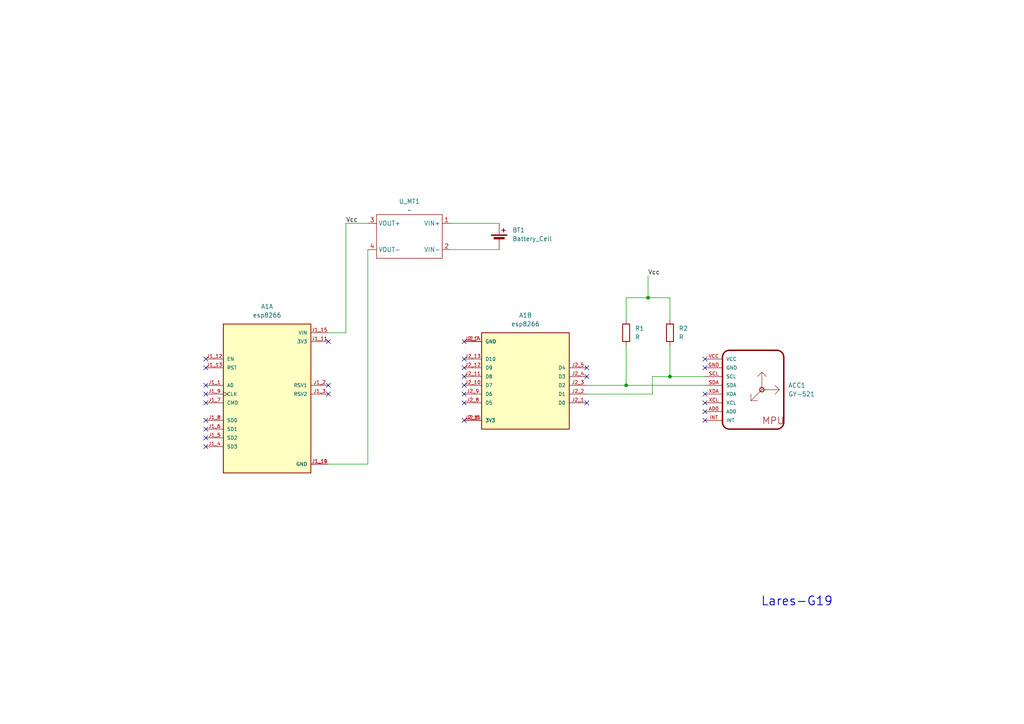
<source format=kicad_sch>
(kicad_sch (version 20231120) (generator "eeschema") (generator_version "8.0")
  (paper "A4")
  (lib_symbols
    (symbol "Device:Battery_Cell" (pin_numbers hide) (pin_names (offset 0) hide)
      (property "Reference" "BT" (at 2.54 2.54 0))
      (property "Value" "Battery_Cell" (at 2.54 0 0))
      (symbol "Battery_Cell_0_1"
        (rectangle (start -2.286 1.778) (end 2.286 1.524) (fill (type outline)))
        (rectangle (start -1.524 1.016) (end 1.524 0.508) (fill (type outline)))
        (polyline (pts (xy 0 0.762) (xy 0 0)))
        (polyline (pts (xy 0 1.778) (xy 0 2.54)))
        (polyline (pts (xy 0.762 3.048) (xy 1.778 3.048)) (stroke (width 0.254)))
        (polyline (pts (xy 1.27 3.556) (xy 1.27 2.54)) (stroke (width 0.254)))
      )
      (symbol "Battery_Cell_1_1"
        (pin passive line (at 0 5.08 270) (length 2.54) (name "+") (number "1"))
        (pin passive line (at 0 -2.54 90) (length 2.54) (name "-") (number "2"))
      )
    )
    (symbol "GY512:GY-521" (pin_names (offset 1.016))
      (property "Reference" "ACC" (at -9.652 11.938 0))
      (property "Value" "GY-521" (at 4.572 -11.938 0))
      (symbol "GY-521_0_0"
        (arc (start -11.43 -9.43) (mid -10.8442 -10.8442) (end -9.43 -11.43) (stroke (width 0.4064)))
        (arc (start -9.43 11.43) (mid -10.8442 10.8442) (end -11.43 9.43) (stroke (width 0.4064)))
        (polyline (pts (xy -11.43 -9.43) (xy -11.43 9.43)) (stroke (width 0.4064)))
        (polyline (pts (xy -9.43 11.43) (xy 4.35 11.43)) (stroke (width 0.4064)))
        (polyline (pts (xy -3.175 -3.175) (xy -3.175 -1.27)) (stroke (width 0.127)))
        (polyline (pts (xy -3.175 -3.175) (xy -1.27 -3.175)) (stroke (width 0.127)))
        (polyline (pts (xy 0 0) (xy -3.175 -3.175)) (stroke (width 0.127)))
        (polyline (pts (xy 0 0) (xy 0 5.08)) (stroke (width 0.127)))
        (polyline (pts (xy 0 0) (xy 5.08 0)) (stroke (width 0.127)))
        (polyline (pts (xy 0 5.08) (xy -1.27 3.81)) (stroke (width 0.127)))
        (polyline (pts (xy 1.27 3.81) (xy 0 5.08)) (stroke (width 0.127)))
        (polyline (pts (xy 3.81 1.27) (xy 5.08 0)) (stroke (width 0.127)))
        (polyline (pts (xy 4.35 -11.43) (xy -9.43 -11.43)) (stroke (width 0.4064)))
        (polyline (pts (xy 5.08 0) (xy 3.81 -1.27)) (stroke (width 0.127)))
        (polyline (pts (xy 6.35 9.43) (xy 6.35 -9.43)) (stroke (width 0.4064)))
        (circle (center 0 0) (radius 0.635) (stroke (width 0.254)))
        (arc (start 4.35 -11.43) (mid 5.7642 -10.8442) (end 6.35 -9.43) (stroke (width 0.4064)))
        (arc (start 6.35 9.43) (mid 5.7642 10.8442) (end 4.35 11.43) (stroke (width 0.4064)))
        (text "MPU" (at 0 -10.16 0) (effects (font (size 2 2)) (justify left bottom)))
        (pin bidirectional line (at -16.51 -6.35 0) (length 5.08) (name "AD0") (number "AD0"))
        (pin power_in line (at -16.51 6.35 0) (length 5.08) (name "GND") (number "GND"))
        (pin bidirectional line (at -16.51 -8.89 0) (length 5.08) (name "INT") (number "INT"))
        (pin bidirectional line (at -16.51 3.81 0) (length 5.08) (name "SCL") (number "SCL"))
        (pin bidirectional line (at -16.51 1.27 0) (length 5.08) (name "SDA") (number "SDA"))
        (pin power_in line (at -16.51 8.89 0) (length 5.08) (name "VCC") (number "VCC"))
        (pin bidirectional line (at -16.51 -3.81 0) (length 5.08) (name "XCL") (number "XCL"))
        (pin bidirectional line (at -16.51 -1.27 0) (length 5.08) (name "XDA") (number "XDA"))
      )
    )
    (symbol "NodeMCUv2:113990105" (pin_names (offset 1.016))
      (property "Reference" "A" (at -12.7 21.59 0))
      (property "Value" "113990105" (at -12.7 -24.13 0))
      (symbol "113990105_1_0"
        (rectangle (start -12.7 -22.86) (end 12.7 20.32) (stroke (width 0.254)) (fill (type background)))
        (pin bidirectional line (at -17.78 2.54 0) (length 5.08) (name "A0") (number "J1_1"))
        (pin power_in line (at 17.78 -20.32 180) (length 5.08) (name "GND") (number "J1_10"))
        (pin power_in line (at 17.78 15.24 180) (length 5.08) (name "3V3") (number "J1_11"))
        (pin input line (at -17.78 10.16 0) (length 5.08) (name "EN") (number "J1_12"))
        (pin input line (at -17.78 7.62 0) (length 5.08) (name "RST") (number "J1_13"))
        (pin power_in line (at 17.78 -20.32 180) (length 5.08) (name "GND") (number "J1_14"))
        (pin power_in line (at 17.78 17.78 180) (length 5.08) (name "VIN") (number "J1_15"))
        (pin bidirectional line (at 17.78 2.54 180) (length 5.08) (name "RSV1") (number "J1_2"))
        (pin bidirectional line (at 17.78 0 180) (length 5.08) (name "RSV2") (number "J1_3"))
        (pin bidirectional line (at -17.78 -15.24 0) (length 5.08) (name "SD3") (number "J1_4"))
        (pin bidirectional line (at -17.78 -12.7 0) (length 5.08) (name "SD2") (number "J1_5"))
        (pin bidirectional line (at -17.78 -10.16 0) (length 5.08) (name "SD1") (number "J1_6"))
        (pin bidirectional line (at -17.78 -2.54 0) (length 5.08) (name "CMD") (number "J1_7"))
        (pin bidirectional line (at -17.78 -7.62 0) (length 5.08) (name "SD0") (number "J1_8"))
        (pin bidirectional clock (at -17.78 0 0) (length 5.08) (name "CLK") (number "J1_9"))
      )
      (symbol "113990105_2_0"
        (rectangle (start -12.7 -15.24) (end 12.7 12.7) (stroke (width 0.254)) (fill (type background)))
        (pin bidirectional line (at -17.78 5.08 0) (length 5.08) (name "D0") (number "J2_1"))
        (pin bidirectional line (at 17.78 0 180) (length 5.08) (name "D7") (number "J2_10"))
        (pin bidirectional line (at 17.78 -2.54 180) (length 5.08) (name "D8") (number "J2_11"))
        (pin bidirectional line (at 17.78 -5.08 180) (length 5.08) (name "D9") (number "J2_12"))
        (pin bidirectional line (at 17.78 -7.62 180) (length 5.08) (name "D10") (number "J2_13"))
        (pin power_in line (at 17.78 -12.7 180) (length 5.08) (name "GND") (number "J2_14"))
        (pin power_in line (at 17.78 10.16 180) (length 5.08) (name "3V3") (number "J2_15"))
        (pin bidirectional line (at -17.78 2.54 0) (length 5.08) (name "D1") (number "J2_2"))
        (pin bidirectional line (at -17.78 0 0) (length 5.08) (name "D2") (number "J2_3"))
        (pin bidirectional line (at -17.78 -2.54 0) (length 5.08) (name "D3") (number "J2_4"))
        (pin bidirectional line (at -17.78 -5.08 0) (length 5.08) (name "D4") (number "J2_5"))
        (pin power_in line (at 17.78 10.16 180) (length 5.08) (name "3V3") (number "J2_6"))
        (pin power_in line (at 17.78 -12.7 180) (length 5.08) (name "GND") (number "J2_7"))
        (pin bidirectional line (at 17.78 5.08 180) (length 5.08) (name "D5") (number "J2_8"))
        (pin bidirectional line (at 17.78 2.54 180) (length 5.08) (name "D6") (number "J2_9"))
      )
    )
    (symbol "TCLib:R" (pin_numbers hide) (pin_names (offset 0))
      (property "Reference" "R" (at 0 0 90))
      (property "Value" "R" (at 2.286 0 90))
      (symbol "R_0_1"
        (rectangle (start -1.016 -2.54) (end 1.016 2.54) (stroke (width 0.254)))
      )
      (symbol "R_1_1"
        (pin passive line (at 0 3.81 270) (length 1.27) (name "~") (number "1"))
        (pin passive line (at 0 -3.81 90) (length 1.27) (name "~") (number "2"))
      )
    )
    (symbol "vito:MT3608_board"
      (property "Reference" "U_MT3608" (at 9.906 6.858 0))
      (symbol "MT3608_board_0_1"
        (rectangle (start 0 12.7) (end 19.05 0))
      )
      (symbol "MT3608_board_1_1"
        (pin input line (at 21.59 10.16 180) (length 2.54) (name "VIN+") (number "1"))
        (pin input line (at 21.59 2.54 180) (length 2.54) (name "VIN-") (number "2"))
        (pin output line (at -2.54 10.16 0) (length 2.54) (name "VOUT+") (number "3"))
        (pin output line (at -2.54 2.54 0) (length 2.54) (name "VOUT-") (number "4"))
      )
    )
  )
  (junction (at 187.96 86.36))
  (junction (at 181.61 111.76))
  (junction (at 194.31 109.22))
  (no_connect (at 59.69 104.14))
  (no_connect (at 95.25 111.76))
  (no_connect (at 204.47 116.84))
  (no_connect (at 59.69 111.76))
  (no_connect (at 95.25 99.06))
  (no_connect (at 204.47 119.38))
  (no_connect (at 59.69 106.68))
  (no_connect (at 134.62 114.3))
  (no_connect (at 134.62 121.92))
  (no_connect (at 59.69 129.54))
  (no_connect (at 134.62 109.22))
  (no_connect (at 204.47 106.68))
  (no_connect (at 59.69 116.84))
  (no_connect (at 95.25 114.3))
  (no_connect (at 59.69 124.46))
  (no_connect (at 204.47 121.92))
  (no_connect (at 134.62 106.68))
  (no_connect (at 59.69 114.3))
  (no_connect (at 134.62 104.14))
  (no_connect (at 170.18 106.68))
  (no_connect (at 170.18 116.84))
  (no_connect (at 134.62 111.76))
  (no_connect (at 204.47 114.3))
  (no_connect (at 134.62 99.06))
  (no_connect (at 170.18 109.22))
  (no_connect (at 59.69 121.92))
  (no_connect (at 134.62 116.84))
  (no_connect (at 204.47 104.14))
  (no_connect (at 59.69 127))
  (wire (pts (xy 106.68 64.77) (xy 100.33 64.77)))
  (wire (pts (xy 194.31 100.33) (xy 194.31 109.22)))
  (wire (pts (xy 106.68 72.39) (xy 106.68 134.62)))
  (wire (pts (xy 194.31 86.36) (xy 194.31 92.71)))
  (wire (pts (xy 130.81 64.77) (xy 144.78 64.77)))
  (wire (pts (xy 100.33 96.52) (xy 95.25 96.52)))
  (wire (pts (xy 181.61 111.76) (xy 204.47 111.76)))
  (wire (pts (xy 181.61 86.36) (xy 187.96 86.36)))
  (wire (pts (xy 189.23 114.3) (xy 170.18 114.3)))
  (wire (pts (xy 106.68 134.62) (xy 95.25 134.62)))
  (wire (pts (xy 100.33 64.77) (xy 100.33 96.52)))
  (wire (pts (xy 189.23 114.3) (xy 189.23 109.22)))
  (wire (pts (xy 187.96 80.01) (xy 187.96 86.36)))
  (wire (pts (xy 170.18 111.76) (xy 181.61 111.76)))
  (wire (pts (xy 181.61 100.33) (xy 181.61 111.76)))
  (wire (pts (xy 187.96 86.36) (xy 194.31 86.36)))
  (wire (pts (xy 130.81 72.39) (xy 144.78 72.39)))
  (wire (pts (xy 189.23 109.22) (xy 194.31 109.22)))
  (wire (pts (xy 181.61 92.71) (xy 181.61 86.36)))
  (wire (pts (xy 194.31 109.22) (xy 204.47 109.22)))
  (text "Lares-G19" (at 231.14 174.498 0) (effects (font (size 2.54 2.54) (thickness 0.254) (bold yes))))
  (label "Vcc" (at 187.96 80.01 0))
  (label "Vcc" (at 100.33 64.77 0))
  (symbol (lib_id "vito:MT3608_board") (at 109.22 74.93 0) (unit 1)
    (property "Reference" "U_MT1" (at 118.745 58.42 0))
    (property "Value" "~" (at 118.745 60.96 0))
    (property "Footprint" "vito:MT3608_board" (effects (hide yes)))
  )
  (symbol (lib_id "TCLib:R") (at 181.61 96.52 0) (unit 1)
    (property "Reference" "R1" (at 184.15 95.2499 0) (effects (justify left)))
    (property "Value" "R" (at 184.15 97.7899 0) (effects (justify left)))
    (property "Footprint" "TCLib:R_0805" (effects (hide yes)))
    (property "Description" "Resistor" (effects (hide yes)))
  )
  (symbol (lib_id "NodeMCUv2:113990105") (at 77.47 114.3 0) (unit 1)
    (property "Reference" "A1" (at 77.47 88.9 0))
    (property "Value" "esp8266" (at 77.47 91.44 0))
    (property "Footprint" "NodeMCUv2:SEEED_113990105" (effects (hide yes)))
    (property "MF" "Seeed Technology" (effects (hide yes)))
    (property "MAXIMUM_PACKAGE_HEIGHT" "N/A" (effects (hide yes)))
    (property "Package" "None" (effects (hide yes)))
    (property "Price" "None" (effects (hide yes)))
    (property "Check_prices" "https://www.snapeda.com/parts/NodeMCU%20v2/Seeed+Technology+Co.%252C+Ltd/view-part/?ref=eda" (effects (hide yes)))
    (property "STANDARD" "Manufacturer Recommendations" (effects (hide yes)))
    (property "PARTREV" "N/A" (effects (hide yes)))
    (property "SnapEDA_Link" "https://www.snapeda.com/parts/NodeMCU%20v2/Seeed+Technology+Co.%252C+Ltd/view-part/?ref=snap" (effects (hide yes)))
    (property "MP" "NodeMCU v2" (effects (hide yes)))
    (property "Description_1" "\n                        \n                            An open-source firmware and development kit that helps you to Prototype your IOT product within a few Lua script lines\n                        \n" (effects (hide yes)))
    (property "Availability" "Not in stock" (effects (hide yes)))
    (property "MANUFACTURER" "Seeed" (effects (hide yes)))
  )
  (symbol (lib_id "TCLib:R") (at 194.31 96.52 0) (unit 1)
    (property "Reference" "R2" (at 196.85 95.2499 0) (effects (justify left)))
    (property "Value" "R" (at 196.85 97.7899 0) (effects (justify left)))
    (property "Footprint" "TCLib:R_0805" (effects (hide yes)))
    (property "Description" "Resistor" (effects (hide yes)))
  )
  (symbol (lib_id "NodeMCUv2:113990105") (at 152.4 111.76 180) (unit 2)
    (property "Reference" "A1" (at 152.4 91.44 0))
    (property "Value" "esp8266" (at 152.4 93.98 0))
    (property "Footprint" "NodeMCUv2:SEEED_113990105" (effects (hide yes)))
    (property "MF" "Seeed Technology" (effects (hide yes)))
    (property "MAXIMUM_PACKAGE_HEIGHT" "N/A" (effects (hide yes)))
    (property "Package" "None" (effects (hide yes)))
    (property "Price" "None" (effects (hide yes)))
    (property "Check_prices" "https://www.snapeda.com/parts/NodeMCU%20v2/Seeed+Technology+Co.%252C+Ltd/view-part/?ref=eda" (effects (hide yes)))
    (property "STANDARD" "Manufacturer Recommendations" (effects (hide yes)))
    (property "PARTREV" "N/A" (effects (hide yes)))
    (property "SnapEDA_Link" "https://www.snapeda.com/parts/NodeMCU%20v2/Seeed+Technology+Co.%252C+Ltd/view-part/?ref=snap" (effects (hide yes)))
    (property "MP" "NodeMCU v2" (effects (hide yes)))
    (property "Description_1" "\n                        \n                            An open-source firmware and development kit that helps you to Prototype your IOT product within a few Lua script lines\n                        \n" (effects (hide yes)))
    (property "Availability" "Not in stock" (effects (hide yes)))
    (property "MANUFACTURER" "Seeed" (effects (hide yes)))
  )
  (symbol (lib_id "GY512:GY-521") (at 220.98 113.03 0) (unit 1)
    (property "Reference" "ACC1" (at 228.6 111.7599 0) (effects (justify left)))
    (property "Value" "GY-521" (at 228.6 114.2999 0) (effects (justify left)))
    (property "Footprint" "GY512:GY-521" (effects (hide yes)))
    (property "MF" "GODREAM FORDREAM CO., LIMITED" (effects (hide yes)))
    (property "Description_1" "\n                        \n                            Triple Axis Accelerometer Gyro Breakout\n                        \n" (effects (hide yes)))
    (property "Package" "Package" (effects (hide yes)))
    (property "Price" "None" (effects (hide yes)))
    (property "SnapEDA_Link" "https://www.snapeda.com/parts/GY-521/GODREAM+FORDREAM+CO.%252C+LIMITED/view-part/?ref=snap" (effects (hide yes)))
    (property "MP" "GY-521" (effects (hide yes)))
    (property "Availability" "Not in stock" (effects (hide yes)))
    (property "Check_prices" "https://www.snapeda.com/parts/GY-521/GODREAM+FORDREAM+CO.%252C+LIMITED/view-part/?ref=eda" (effects (hide yes)))
  )
  (symbol (lib_id "Device:Battery_Cell") (at 144.78 69.85 0) (unit 1)
    (property "Reference" "BT1" (at 148.59 66.7384 0) (effects (justify left)))
    (property "Value" "Battery_Cell" (at 148.59 69.2784 0) (effects (justify left)))
    (property "Footprint" "Battery:BatteryHolder_MPD_BH-18650-PC2" (effects (hide yes)))
    (property "Description" "Single-cell battery" (effects (hide yes)))
  )
)
</source>
